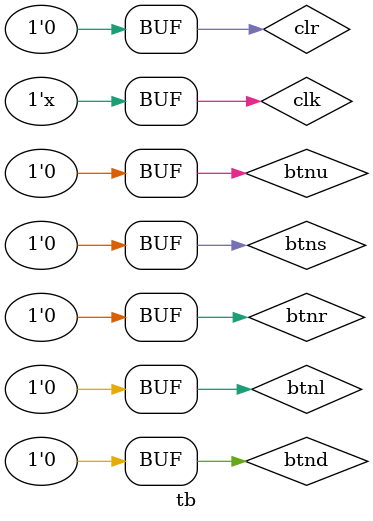
<source format=v>
`timescale 1ns / 1ps


module tb;

	// Inputs
	reg clk;
	reg clr;
	reg btns;
	reg btnu;
	reg btnl;
	reg btnd;
	reg btnr;

	// Outputs
	wire [7:0] seg;
	wire [3:0] an;
	wire [2:0] red;
	wire [2:0] green;
	wire [1:0] blue;
	wire hsync;
	wire vsync;
	wire led;

	// Instantiate the Unit Under Test (UUT)
	NERP_demo_top uut (
		.clk(clk), 
		.clr(clr), 
		.btns(btns), 
		.btnu(btnu), 
		.btnl(btnl), 
		.btnd(btnd), 
		.btnr(btnr), 
		.seg(seg), 
		.an(an), 
		.red(red), 
		.green(green), 
		.blue(blue), 
		.hsync(hsync), 
		.vsync(vsync), 
		.led(led)
	);

	initial begin
		// Initialize Inputs
		clk = 0;
		clr = 0;
		btns = 0;
		btnu = 0;
		btnl = 0;
		btnd = 0;
		btnr = 0;

	end
	always @* begin
		clk = ~clk;
		#1;
	end
      
endmodule


</source>
